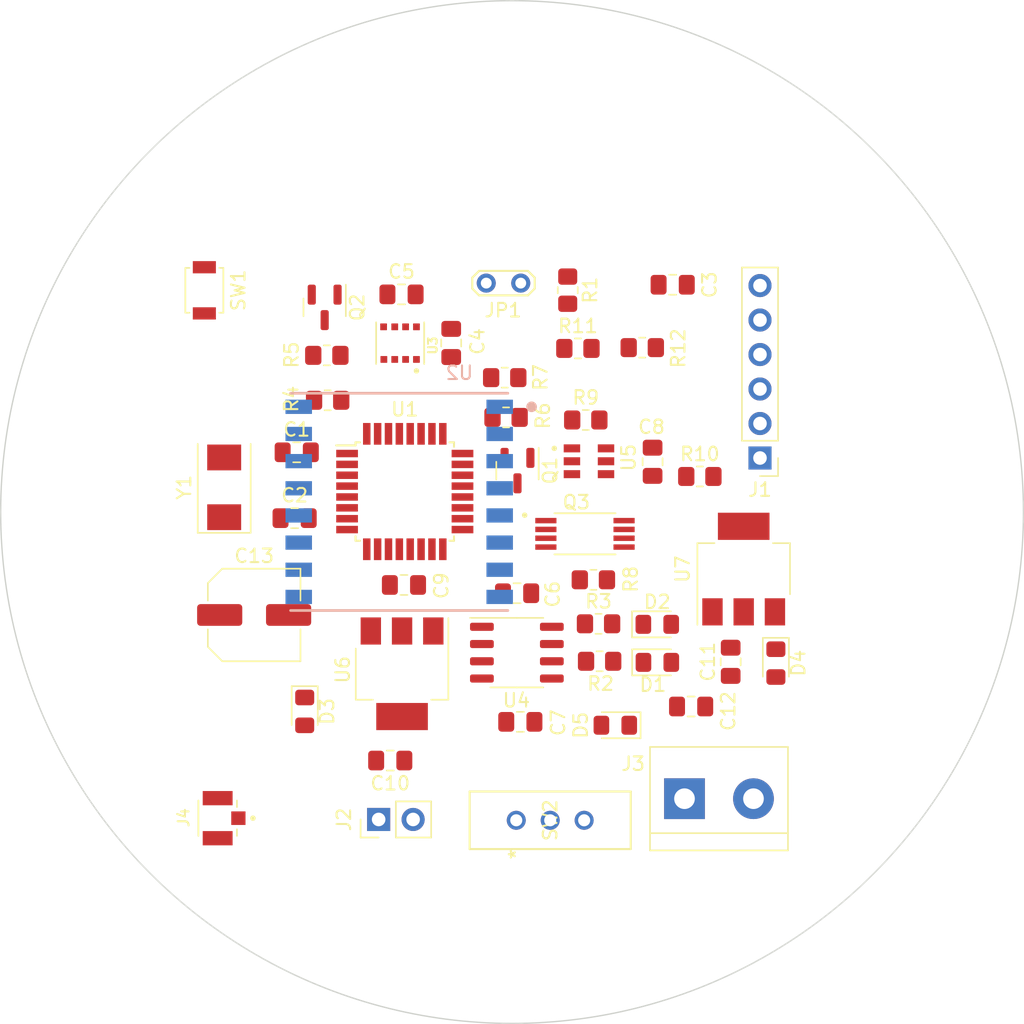
<source format=kicad_pcb>
(kicad_pcb (version 20221018) (generator pcbnew)
  (layers (0 "F.Cu" signal) (31 "B.Cu" signal) (34 "B.Paste" user) (35 "F.Paste" user) (36 "B.SilkS" user "B.Silkscreen") (37 "F.SilkS" user "F.Silkscreen") (38 "B.Mask" user) (39 "F.Mask" user) (44 "Edge.Cuts" user))
  (net 0 "")
  (net 1 "Net-(U1-XTAL1{slash}PB6)")
  (net 2 "GND")
  (net 3 "Net-(U1-XTAL2{slash}PB7)")
  (net 4 "Net-(J1-Pin_6)")
  (net 5 "/RST")
  (net 6 "+3V3")
  (net 7 "SOLAR")
  (net 8 "BATT_IN")
  (net 9 "Net-(U5-VCC)")
  (net 10 "VBAT")
  (net 11 "Net-(D4-K)")
  (net 12 "Net-(D1-K)")
  (net 13 "Net-(D2-K)")
  (net 14 "Net-(D4-A)")
  (net 16 "Net-(J1-Pin_3)")
  (net 17 "/RX")
  (net 18 "/TX")
  (net 19 "ANTENNA")
  (net 20 "/SCL")
  (net 21 "/SCL_L")
  (net 22 "/SDA")
  (net 23 "/SDA_L")
  (net 25 "/OC")
  (net 26 "/OD")
  (net 27 "Net-(U4-~{STDBY})")
  (net 28 "Net-(U4-~{CHRG})")
  (net 29 "Net-(U4-PROG)")
  (net 30 "Net-(U5-CS)")
  (net 31 "/VBAT_ADC")
  (net 33 "/RST{slash}5")
  (net 34 "/DI02")
  (net 35 "/MOSI{slash}11")
  (net 36 "/MISO{slash}12")
  (net 37 "/SCK{slash}13")
  (net 50 "/NSS{slash}4")
  (footprint "Capacitor_SMD:C_0805_2012Metric_Pad1.18x1.45mm_HandSolder" (layer "F.Cu") (at 177.72 117.26)
    (fp_text reference "C9" (at 2.75 0.05 90) (layer "F.SilkS"))
    (fp_text value "22uF")
    (fp_line (start -0.261252 -0.735) (end 0.261252 -0.735) (stroke (width 0.12)) (layer "F.SilkS"))
    (fp_line (start -0.261252 0.735) (end 0.261252 0.735) (stroke (width 0.12)) (layer "F.SilkS"))
    (pad "1" smd roundrect (at -1.0375 0) (size 1.175 1.45) (layers "F.Cu" "F.Paste" "F.Mask") (roundrect_rratio 0.212766) (net 10 "VBAT"))
    (pad "2" smd roundrect (at 1.0375 0) (size 1.175 1.45) (layers "F.Cu" "F.Paste" "F.Mask") (roundrect_rratio 0.212766) (net 2 "GND"))
  )
  (footprint "Resistor_SMD:R_0805_2012Metric_Pad1.20x1.40mm_HandSolder" (layer "F.Cu") (at 195.27 99.78)
    (fp_text reference "R12" (at 2.65 0.05 90) (layer "F.SilkS"))
    (fp_text value "1k")
    (fp_line (start -0.227064 -0.735) (end 0.227064 -0.735) (stroke (width 0.12)) (layer "F.SilkS"))
    (fp_line (start -0.227064 0.735) (end 0.227064 0.735) (stroke (width 0.12)) (layer "F.SilkS"))
    (pad "1" smd roundrect (at -1 0) (size 1.2 1.4) (layers "F.Cu" "F.Paste" "F.Mask") (roundrect_rratio 0.208333) (net 31 "/VBAT_ADC"))
    (pad "2" smd roundrect (at 1 0) (size 1.2 1.4) (layers "F.Cu" "F.Paste" "F.Mask") (roundrect_rratio 0.208333) (net 2 "GND"))
  )
  (footprint "Con_Ufl:LINX_CONUFL001-SMD-T" (layer "F.Cu") (at 164 134.435 90)
    (fp_text reference "J4" (at 0.04 -2.508 90) (layer "F.SilkS") (effects (font (size 0.8 0.8))))
    (fp_text value "CONUFL001-SMD-T")
    (fp_line (start -1.3 -1.42) (end 1.3 -1.42) (stroke (width 0.127)) (layer "F.SilkS"))
    (fp_line (start -0.82 1.42) (end -1.3 1.42) (stroke (width 0.127)) (layer "F.SilkS"))
    (fp_line (start 0.82 1.42) (end 1.3 1.42) (stroke (width 0.127)) (layer "F.SilkS"))
    (fp_circle (center 0 2.6) (end 0.1 2.6) (stroke (width 0.2)) (fill none) (layer "F.SilkS"))
    (pad "1" smd rect (at 0 1.525 90) (size 1 1.05) (layers "F.Cu" "F.Paste" "F.Mask") (net 19 "ANTENNA"))
    (pad "2" smd rect (at -1.475 0 90) (size 1.05 2.2) (layers "F.Cu" "F.Paste" "F.Mask") (net 2 "GND"))
    (pad "3" smd rect (at 1.475 0 90) (size 1.05 2.2) (layers "F.Cu" "F.Paste" "F.Mask") (net 2 "GND"))
  )
  (footprint "Capacitor_SMD:C_0805_2012Metric_Pad1.18x1.45mm_HandSolder" (layer "F.Cu") (at 196.03 108.1875 90)
    (fp_text reference "C8" (at 2.57 -0.08 180) (layer "F.SilkS"))
    (fp_text value "10uF")
    (fp_line (start -0.261252 -0.735) (end 0.261252 -0.735) (stroke (width 0.12)) (layer "F.SilkS"))
    (fp_line (start -0.261252 0.735) (end 0.261252 0.735) (stroke (width 0.12)) (layer "F.SilkS"))
    (pad "1" smd roundrect (at -1.0375 0 90) (size 1.175 1.45) (layers "F.Cu" "F.Paste" "F.Mask") (roundrect_rratio 0.212766) (net 9 "Net-(U5-VCC)"))
    (pad "2" smd roundrect (at 1.0375 0 90) (size 1.175 1.45) (layers "F.Cu" "F.Paste" "F.Mask") (roundrect_rratio 0.212766) (net 2 "GND"))
  )
  (footprint "Resistor_SMD:R_0805_2012Metric_Pad1.20x1.40mm_HandSolder" (layer "F.Cu") (at 192.13 122.88)
    (fp_text reference "R2" (at 0.07 1.65) (layer "F.SilkS"))
    (fp_text value "1k")
    (fp_line (start -0.227064 -0.735) (end 0.227064 -0.735) (stroke (width 0.12)) (layer "F.SilkS"))
    (fp_line (start -0.227064 0.735) (end 0.227064 0.735) (stroke (width 0.12)) (layer "F.SilkS"))
    (pad "1" smd roundrect (at -1 0) (size 1.2 1.4) (layers "F.Cu" "F.Paste" "F.Mask") (roundrect_rratio 0.208333) (net 27 "Net-(U4-~{STDBY})"))
    (pad "2" smd roundrect (at 1 0) (size 1.2 1.4) (layers "F.Cu" "F.Paste" "F.Mask") (roundrect_rratio 0.208333) (net 12 "Net-(D1-K)"))
  )
  (footprint "TerminalBlock:TerminalBlock_bornier-2_P5.08mm" (layer "F.Cu") (at 198.38 133)
    (fp_text reference "J3" (at -3.78 -2.57) (layer "F.SilkS"))
    (fp_text value "Screw_Terminal_01x02")
    (fp_line (start -2.54 -3.81) (end -2.54 3.81) (stroke (width 0.12)) (layer "F.SilkS"))
    (fp_line (start -2.54 3.81) (end 7.62 3.81) (stroke (width 0.12)) (layer "F.SilkS"))
    (fp_line (start 7.62 -3.81) (end -2.54 -3.81) (stroke (width 0.12)) (layer "F.SilkS"))
    (fp_line (start 7.62 2.54) (end -2.54 2.54) (stroke (width 0.12)) (layer "F.SilkS"))
    (fp_line (start 7.62 3.81) (end 7.62 -3.81) (stroke (width 0.12)) (layer "F.SilkS"))
    (pad "1" thru_hole rect (at 0 0) (size 3 3) (drill 1.52) (layers "*.Cu" "*.Mask") (net 2 "GND"))
    (pad "2" thru_hole circle (at 5.08 0) (size 3 3) (drill 1.52) (layers "*.Cu" "*.Mask") (net 14 "Net-(D4-A)"))
  )
  (footprint "Resistor_SMD:R_0805_2012Metric_Pad1.20x1.40mm_HandSolder" (layer "F.Cu") (at 172.04 100.35 180)
    (fp_text reference "R5" (at 2.6 0.03 90) (layer "F.SilkS"))
    (fp_text value "10k")
    (fp_line (start -0.227064 -0.735) (end 0.227064 -0.735) (stroke (width 0.12)) (layer "F.SilkS"))
    (fp_line (start -0.227064 0.735) (end 0.227064 0.735) (stroke (width 0.12)) (layer "F.SilkS"))
    (pad "1" smd roundrect (at -1 0 180) (size 1.2 1.4) (layers "F.Cu" "F.Paste" "F.Mask") (roundrect_rratio 0.208333) (net 22 "/SDA"))
    (pad "2" smd roundrect (at 1 0 180) (size 1.2 1.4) (layers "F.Cu" "F.Paste" "F.Mask") (roundrect_rratio 0.208333) (net 10 "VBAT"))
  )
  (footprint "Capacitor_SMD:C_0805_2012Metric_Pad1.18x1.45mm_HandSolder" (layer "F.Cu") (at 181.2 99.4375 90)
    (fp_text reference "C4" (at 0.11 1.93 90) (layer "F.SilkS"))
    (fp_text value "0.1uF")
    (fp_line (start -0.261252 -0.735) (end 0.261252 -0.735) (stroke (width 0.12)) (layer "F.SilkS"))
    (fp_line (start -0.261252 0.735) (end 0.261252 0.735) (stroke (width 0.12)) (layer "F.SilkS"))
    (pad "1" smd roundrect (at -1.0375 0 90) (size 1.175 1.45) (layers "F.Cu" "F.Paste" "F.Mask") (roundrect_rratio 0.212766) (net 2 "GND"))
    (pad "2" smd roundrect (at 1.0375 0 90) (size 1.175 1.45) (layers "F.Cu" "F.Paste" "F.Mask") (roundrect_rratio 0.212766) (net 6 "+3V3"))
  )
  (footprint "Resistor_SMD:R_0805_2012Metric_Pad1.20x1.40mm_HandSolder" (layer "F.Cu") (at 185.24 104.92)
    (fp_text reference "R6" (at 2.71 -0.12 90) (layer "F.SilkS"))
    (fp_text value "10k")
    (fp_line (start -0.227064 -0.735) (end 0.227064 -0.735) (stroke (width 0.12)) (layer "F.SilkS"))
    (fp_line (start -0.227064 0.735) (end 0.227064 0.735) (stroke (width 0.12)) (layer "F.SilkS"))
    (pad "1" smd roundrect (at -1 0) (size 1.2 1.4) (layers "F.Cu" "F.Paste" "F.Mask") (roundrect_rratio 0.208333) (net 21 "/SCL_L"))
    (pad "2" smd roundrect (at 1 0) (size 1.2 1.4) (layers "F.Cu" "F.Paste" "F.Mask") (roundrect_rratio 0.208333) (net 6 "+3V3"))
  )
  (footprint "Crystal:Crystal_SMD_0603-2Pin_6.0x3.5mm" (layer "F.Cu") (at 164.48 110.07 90)
    (fp_text reference "Y1" (at 0 -2.95 90) (layer "F.SilkS"))
    (fp_text value "Crystal")
    (fp_line (start -3.35 -1.95) (end -3.35 1.95) (stroke (width 0.12)) (layer "F.SilkS"))
    (fp_line (start -3.35 1.95) (end 3.2 1.95) (stroke (width 0.12)) (layer "F.SilkS"))
    (fp_line (start 3.2 -1.95) (end -3.35 -1.95) (stroke (width 0.12)) (layer "F.SilkS"))
    (pad "1" smd rect (at -2.2 0 90) (size 1.9 2.5) (layers "F.Cu" "F.Paste" "F.Mask") (net 3 "Net-(U1-XTAL2{slash}PB7)"))
    (pad "2" smd rect (at 2.2 0 90) (size 1.9 2.5) (layers "F.Cu" "F.Paste" "F.Mask") (net 1 "Net-(U1-XTAL1{slash}PB6)"))
  )
  (footprint "Diode_SMD:D_0805_2012Metric_Pad1.15x1.40mm_HandSolder" (layer "F.Cu") (at 193.285 127.59 180)
    (fp_text reference "D5" (at 2.55 0 90) (layer "F.SilkS"))
    (fp_text value "1N4001")
    (fp_line (start -1.86 -0.96) (end -1.86 0.96) (stroke (width 0.12)) (layer "F.SilkS"))
    (fp_line (start -1.86 0.96) (end 1 0.96) (stroke (width 0.12)) (layer "F.SilkS"))
    (fp_line (start 1 -0.96) (end -1.86 -0.96) (stroke (width 0.12)) (layer "F.SilkS"))
    (pad "1" smd roundrect (at -1.025 0 180) (size 1.15 1.4) (layers "F.Cu" "F.Paste" "F.Mask") (roundrect_rratio 0.217391) (net 7 "SOLAR"))
    (pad "2" smd roundrect (at 1.025 0 180) (size 1.15 1.4) (layers "F.Cu" "F.Paste" "F.Mask") (roundrect_rratio 0.217391) (net 10 "VBAT"))
  )
  (footprint "Resistor_SMD:R_0805_2012Metric_Pad1.20x1.40mm_HandSolder" (layer "F.Cu") (at 199.51 109.27)
    (fp_text reference "R10" (at 0 -1.65) (layer "F.SilkS"))
    (fp_text value "100")
    (fp_line (start -0.227064 -0.735) (end 0.227064 -0.735) (stroke (width 0.12)) (layer "F.SilkS"))
    (fp_line (start -0.227064 0.735) (end 0.227064 0.735) (stroke (width 0.12)) (layer "F.SilkS"))
    (pad "1" smd roundrect (at -1 0) (size 1.2 1.4) (layers "F.Cu" "F.Paste" "F.Mask") (roundrect_rratio 0.208333) (net 9 "Net-(U5-VCC)"))
    (pad "2" smd roundrect (at 1 0) (size 1.2 1.4) (layers "F.Cu" "F.Paste" "F.Mask") (roundrect_rratio 0.208333) (net 8 "BATT_IN"))
  )
  (footprint "sliderswitch:slider" (layer "F.Cu") (at 185.99 134.59 90)
    (fp_text reference "SW2" (at 0 2.5 90 unlocked) (layer "F.SilkS"))
    (fp_text value "SW_SPDT")
    (fp_text user "*" (at -2.5019 0 90 unlocked) (layer "F.SilkS"))
    (fp_text user "*" (at -2.5019 0 90) (layer "F.SilkS"))
    (fp_line (start -2.1209 -3.4309) (end -2.1209 8.4309) (stroke (width 0.1524)) (layer "F.SilkS"))
    (fp_line (start -2.1209 8.4309) (end 2.1209 8.4309) (stroke (width 0.1524)) (layer "F.SilkS"))
    (fp_line (start 2.1209 -3.4309) (end -2.1209 -3.4309) (stroke (width 0.1524)) (layer "F.SilkS"))
    (fp_line (start 2.1209 8.4309) (end 2.1209 -3.4309) (stroke (width 0.1524)) (layer "F.SilkS"))
    (pad "1" thru_hole circle (at 0 0 90) (size 1.397 1.397) (drill 0.889) (layers "*.Cu" "*.Mask") (net 8 "BATT_IN"))
    (pad "2" thru_hole circle (at 0 2.5 90) (size 1.397 1.397) (drill 0.889) (layers "*.Cu" "*.Mask") (net 10 "VBAT"))
    (pad "3" thru_hole circle (at 0 5 90) (size 1.397 1.397) (drill 0.889) (layers "*.Cu" "*.Mask"))
  )
  (footprint "Capacitor_SMD:C_Elec_6.3x7.7" (layer "F.Cu") (at 166.6875 119.47)
    (fp_text reference "C13" (at 0 -4.35) (layer "F.SilkS"))
    (fp_text value "22pF")
    (fp_line (start -3.41 -2.345563) (end -3.41 -1.06) (stroke (width 0.12)) (layer "F.SilkS"))
    (fp_line (start -3.41 -2.345563) (end -2.345563 -3.41) (stroke (width 0.12)) (layer "F.SilkS"))
    (fp_line (start -3.41 2.345563) (end -3.41 1.06) (stroke (width 0.12)) (layer "F.SilkS"))
    (fp_line (start -3.41 2.345563) (end -2.345563 3.41) (stroke (width 0.12)) (layer "F.SilkS"))
    (fp_line (start -2.345563 -3.41) (end 3.41 -3.41) (stroke (width 0.12)) (layer "F.SilkS"))
    (fp_line (start -2.345563 3.41) (end 3.41 3.41) (stroke (width 0.12)) (layer "F.SilkS"))
    (fp_line (start 3.41 -3.41) (end 3.41 -1.06) (stroke (width 0.12)) (layer "F.SilkS"))
    (fp_line (start 3.41 3.41) (end 3.41 1.06) (stroke (width 0.12)) (layer "F.SilkS"))
    (pad "1" smd roundrect (at -2.5375 0) (size 3.325 1.6) (layers "F.Cu" "F.Paste" "F.Mask") (roundrect_rratio 0.15625) (net 2 "GND"))
    (pad "2" smd roundrect (at 2.5375 0) (size 3.325 1.6) (layers "F.Cu" "F.Paste" "F.Mask") (roundrect_rratio 0.15625) (net 10 "VBAT"))
  )
  (footprint "Diode_SMD:D_0805_2012Metric_Pad1.15x1.40mm_HandSolder" (layer "F.Cu") (at 205.11 123.015 -90)
    (fp_text reference "D4" (at 0 -1.65 90) (layer "F.SilkS"))
    (fp_text value "1N4001")
    (fp_line (start -1.86 -0.96) (end -1.86 0.96) (stroke (width 0.12)) (layer "F.SilkS"))
    (fp_line (start -1.86 0.96) (end 1 0.96) (stroke (width 0.12)) (layer "F.SilkS"))
    (fp_line (start 1 -0.96) (end -1.86 -0.96) (stroke (width 0.12)) (layer "F.SilkS"))
    (pad "1" smd roundrect (at -1.025 0 270) (size 1.15 1.4) (layers "F.Cu" "F.Paste" "F.Mask") (roundrect_rratio 0.217391) (net 11 "Net-(D4-K)"))
    (pad "2" smd roundrect (at 1.025 0 270) (size 1.15 1.4) (layers "F.Cu" "F.Paste" "F.Mask") (roundrect_rratio 0.217391) (net 14 "Net-(D4-A)"))
  )
  (footprint "DW01A:SOT95P280X145-6N" (layer "F.Cu") (at 191.345 108.15)
    (fp_text reference "U5" (at 2.915 -0.27 90) (layer "F.SilkS"))
    (fp_text value "DW01A")
    (fp_circle (center -2.555 -0.95) (end -2.455 -0.95) (stroke (width 0.2)) (fill none) (layer "F.SilkS"))
    (pad "1" smd rect (at -1.255 -0.95) (size 1.21 0.59) (layers "F.Cu" "F.Paste" "F.Mask") (net 26 "/OD"))
    (pad "2" smd rect (at -1.255 0) (size 1.21 0.59) (layers "F.Cu" "F.Paste" "F.Mask") (net 30 "Net-(U5-CS)"))
    (pad "3" smd rect (at -1.255 0.95) (size 1.21 0.59) (layers "F.Cu" "F.Paste" "F.Mask") (net 25 "/OC"))
    (pad "4" smd rect (at 1.255 0.95) (size 1.21 0.59) (layers "F.Cu" "F.Paste" "F.Mask"))
    (pad "5" smd rect (at 1.255 0) (size 1.21 0.59) (layers "F.Cu" "F.Paste" "F.Mask") (net 9 "Net-(U5-VCC)"))
    (pad "6" smd rect (at 1.255 -0.95) (size 1.21 0.59) (layers "F.Cu" "F.Paste" "F.Mask") (net 2 "GND"))
  )
  (footprint "Capacitor_SMD:C_0805_2012Metric_Pad1.18x1.45mm_HandSolder" (layer "F.Cu") (at 198.8675 126.21)
    (fp_text reference "C12" (at 2.7325 0.34 90) (layer "F.SilkS"))
    (fp_text value "22uF")
    (fp_line (start -0.261252 -0.735) (end 0.261252 -0.735) (stroke (width 0.12)) (layer "F.SilkS"))
    (fp_line (start -0.261252 0.735) (end 0.261252 0.735) (stroke (width 0.12)) (layer "F.SilkS"))
    (pad "1" smd roundrect (at -1.0375 0) (size 1.175 1.45) (layers "F.Cu" "F.Paste" "F.Mask") (roundrect_rratio 0.212766) (net 7 "SOLAR"))
    (pad "2" smd roundrect (at 1.0375 0) (size 1.175 1.45) (layers "F.Cu" "F.Paste" "F.Mask") (roundrect_rratio 0.212766) (net 2 "GND"))
  )
  (footprint "LED_SMD:LED_0805_2012Metric_Pad1.15x1.40mm_HandSolder" (layer "F.Cu") (at 196.375 120.16)
    (fp_text reference "D2" (at 0 -1.65) (layer "F.SilkS"))
    (fp_text value "LED")
    (fp_line (start -1.86 -0.96) (end -1.86 0.96) (stroke (width 0.12)) (layer "F.SilkS"))
    (fp_line (start -1.86 0.96) (end 1 0.96) (stroke (width 0.12)) (layer "F.SilkS"))
    (fp_line (start 1 -0.96) (end -1.86 -0.96) (stroke (width 0.12)) (layer "F.SilkS"))
    (pad "1" smd roundrect (at -1.025 0) (size 1.15 1.4) (layers "F.Cu" "F.Paste" "F.Mask") (roundrect_rratio 0.217391) (net 13 "Net-(D2-K)"))
    (pad "2" smd roundrect (at 1.025 0) (size 1.15 1.4) (layers "F.Cu" "F.Paste" "F.Mask") (roundrect_rratio 0.217391) (net 7 "SOLAR"))
  )
  (footprint "Package_TO_SOT_SMD:SOT-223-3_TabPin2" (layer "F.Cu") (at 202.74 116.09 90)
    (fp_text reference "U7" (at 0 -4.5 90) (layer "F.SilkS"))
    (fp_text value "AMS1117-5.0")
    (fp_line (start -4.1 -3.41) (end 1.91 -3.41) (stroke (width 0.12)) (layer "F.SilkS"))
    (fp_line (start -1.85 3.41) (end 1.91 3.41) (stroke (width 0.12)) (layer "F.SilkS"))
    (fp_line (start 1.91 -3.41) (end 1.91 -2.15) (stroke (width 0.12)) (layer "F.SilkS"))
    (fp_line (start 1.91 3.41) (end 1.91 2.15) (stroke (width 0.12)) (layer "F.SilkS"))
    (pad "1" smd rect (at -3.15 -2.3 90) (size 2 1.5) (layers "F.Cu" "F.Paste" "F.Mask") (net 2 "GND"))
    (pad "2" smd rect (at -3.15 0 90) (size 2 1.5) (layers "F.Cu" "F.Paste" "F.Mask") (net 7 "SOLAR"))
    (pad "2" smd rect (at 3.15 0 90) (size 2 3.8) (layers "F.Cu" "F.Paste" "F.Mask") (net 7 "SOLAR"))
    (pad "3" smd rect (at -3.15 2.3 90) (size 2 1.5) (layers "F.Cu" "F.Paste" "F.Mask") (net 11 "Net-(D4-K)"))
  )
  (footprint "Resistor_SMD:R_0805_2012Metric_Pad1.20x1.40mm_HandSolder" (layer "F.Cu") (at 191.11 105.11)
    (fp_text reference "R9" (at 0 -1.65) (layer "F.SilkS"))
    (fp_text value "1k")
    (fp_line (start -0.227064 -0.735) (end 0.227064 -0.735) (stroke (width 0.12)) (layer "F.SilkS"))
    (fp_line (start -0.227064 0.735) (end 0.227064 0.735) (stroke (width 0.12)) (layer "F.SilkS"))
    (pad "1" smd roundrect (at -1 0) (size 1.2 1.4) (layers "F.Cu" "F.Paste" "F.Mask") (roundrect_rratio 0.208333) (net 30 "Net-(U5-CS)"))
    (pad "2" smd roundrect (at 1 0) (size 1.2 1.4) (layers "F.Cu" "F.Paste" "F.Mask") (roundrect_rratio 0.208333) (net 2 "GND"))
  )
  (footprint "Button_Switch_SMD:SW_SPST_B3U-1000P-B" (layer "F.Cu") (at 163.02 95.56 -90)
    (fp_text reference "SW1" (at 0 -2.5 90) (layer "F.SilkS"))
    (fp_text value "SW_Push")
    (fp_line (start -1.65 -1.4) (end 1.65 -1.4) (stroke (width 0.12)) (layer "F.SilkS"))
    (fp_line (start -1.65 -1.1) (end -1.65 -1.4) (stroke (width 0.12)) (layer "F.SilkS"))
    (fp_line (start -1.65 1.1) (end -1.65 1.4) (stroke (width 0.12)) (layer "F.SilkS"))
    (fp_line (start -1.65 1.4) (end 1.65 1.4) (stroke (width 0.12)) (layer "F.SilkS"))
    (fp_line (start 1.65 -1.4) (end 1.65 -1.1) (stroke (width 0.12)) (layer "F.SilkS"))
    (fp_line (start 1.65 1.4) (end 1.65 1.1) (stroke (width 0.12)) (layer "F.SilkS"))
    (pad "" np_thru_hole circle (at 0 0 270) (size 0.8 0.8) (drill 0.8) (layers "*.Cu" "*.Mask"))
    (pad "1" smd rect (at -1.7 0 270) (size 0.9 1.7) (layers "F.Cu" "F.Paste" "F.Mask") (net 5 "/RST"))
    (pad "2" smd rect (at 1.7 0 270) (size 0.9 1.7) (layers "F.Cu" "F.Paste" "F.Mask") (net 2 "GND"))
  )
  (footprint "Package_TO_SOT_SMD:SOT-223-3_TabPin2" (layer "F.Cu") (at 177.58 123.8 -90)
    (fp_text reference "U6" (at -0.3 4.37 90) (layer "F.SilkS"))
    (fp_text value "LM1117MP-3.3")
    (fp_line (start -4.1 -3.41) (end 1.91 -3.41) (stroke (width 0.12)) (layer "F.SilkS"))
    (fp_line (start -1.85 3.41) (end 1.91 3.41) (stroke (width 0.12)) (layer "F.SilkS"))
    (fp_line (start 1.91 -3.41) (end 1.91 -2.15) (stroke (width 0.12)) (layer "F.SilkS"))
    (fp_line (start 1.91 3.41) (end 1.91 2.15) (stroke (width 0.12)) (layer "F.SilkS"))
    (pad "1" smd rect (at -3.15 -2.3 270) (size 2 1.5) (layers "F.Cu" "F.Paste" "F.Mask") (net 2 "GND"))
    (pad "2" smd rect (at -3.15 0 270) (size 2 1.5) (layers "F.Cu" "F.Paste" "F.Mask") (net 6 "+3V3"))
    (pad "2" smd rect (at 3.15 0 270) (size 2 3.8) (layers "F.Cu" "F.Paste" "F.Mask") (net 6 "+3V3"))
    (pad "3" smd rect (at -3.15 2.3 270) (size 2 1.5) (layers "F.Cu" "F.Paste" "F.Mask") (net 10 "VBAT"))
  )
  (footprint "Package_QFP:TQFP-32_7x7mm_P0.8mm" (layer "F.Cu") (at 177.78 110.38)
    (fp_text reference "U1" (at 0 -6.05) (layer "F.SilkS"))
    (fp_text value "ATmega328P-A")
    (fp_line (start -3.625 -3.625) (end -3.625 -3.4) (stroke (width 0.15)) (layer "F.SilkS"))
    (fp_line (start -3.625 -3.625) (end -3.3 -3.625) (stroke (width 0.15)) (layer "F.SilkS"))
    (fp_line (start -3.625 -3.4) (end -5.05 -3.4) (stroke (width 0.15)) (layer "F.SilkS"))
    (fp_line (start -3.625 3.625) (end -3.625 3.3) (stroke (width 0.15)) (layer "F.SilkS"))
    (fp_line (start -3.625 3.625) (end -3.3 3.625) (stroke (width 0.15)) (layer "F.SilkS"))
    (fp_line (start 3.625 -3.625) (end 3.3 -3.625) (stroke (width 0.15)) (layer "F.SilkS"))
    (fp_line (start 3.625 -3.625) (end 3.625 -3.3) (stroke (width 0.15)) (layer "F.SilkS"))
    (fp_line (start 3.625 3.625) (end 3.3 3.625) (stroke (width 0.15)) (layer "F.SilkS"))
    (fp_line (start 3.625 3.625) (end 3.625 3.3) (stroke (width 0.15)) (layer "F.SilkS"))
    (pad "1" smd rect (at -4.25 -2.8) (size 1.6 0.55) (layers "F.Cu" "F.Paste" "F.Mask") (net 33 "/RST{slash}5"))
    (pad "2" smd rect (at -4.25 -2) (size 1.6 0.55) (layers "F.Cu" "F.Paste" "F.Mask") (net 34 "/DI02"))
    (pad "3" smd rect (at -4.25 -1.2) (size 1.6 0.55) (layers "F.Cu" "F.Paste" "F.Mask") (net 2 "GND"))
    (pad "4" smd rect (at -4.25 -0.4) (size 1.6 0.55) (layers "F.Cu" "F.Paste" "F.Mask") (net 10 "VBAT"))
    (pad "5" smd rect (at -4.25 0.4) (size 1.6 0.55) (layers "F.Cu" "F.Paste" "F.Mask") (net 2 "GND"))
    (pad "6" smd rect (at -4.25 1.2) (size 1.6 0.55) (layers "F.Cu" "F.Paste" "F.Mask") (net 10 "VBAT"))
    (pad "7" smd rect (at -4.25 2) (size 1.6 0.55) (layers "F.Cu" "F.Paste" "F.Mask") (net 1 "Net-(U1-XTAL1{slash}PB6)"))
    (pad "8" smd rect (at -4.25 2.8) (size 1.6 0.55) (layers "F.Cu" "F.Paste" "F.Mask") (net 3 "Net-(U1-XTAL2{slash}PB7)"))
    (pad "9" smd rect (at -2.8 4.25 90) (size 1.6 0.55) (layers "F.Cu" "F.Paste" "F.Mask") (net 35 "/MOSI{slash}11"))
    (pad "10" smd rect (at -2 4.25 90) (size 1.6 0.55) (layers "F.Cu" "F.Paste" "F.Mask") (net 36 "/MISO{slash}12"))
    (pad "11" smd rect (at -1.2 4.25 90) (size 1.6 0.55) (layers "F.Cu" "F.Paste" "F.Mask") (net 37 "/SCK{slash}13"))
    (pad "12" smd rect (at -0.4 4.25 90) (size 1.6 0.55) (layers "F.Cu" "F.Paste" "F.Mask"))
    (pad "13" smd rect (at 0.4 4.25 90) (size 1.6 0.55) (layers "F.Cu" "F.Paste" "F.Mask"))
    (pad "14" smd rect (at 1.2 4.25 90) (size 1.6 0.55) (layers "F.Cu" "F.Paste" "F.Mask"))
    (pad "15" smd rect (at 2 4.25 90) (size 1.6 0.55) (layers "F.Cu" "F.Paste" "F.Mask"))
    (pad "16" smd rect (at 2.8 4.25 90) (size 1.6 0.55) (layers "F.Cu" "F.Paste" "F.Mask"))
    (pad "17" smd rect (at 4.25 2.8) (size 1.6 0.55) (layers "F.Cu" "F.Paste" "F.Mask"))
    (pad "18" smd rect (at 4.25 2) (size 1.6 0.55) (layers "F.Cu" "F.Paste" "F.Mask") (net 10 "VBAT"))
    (pad "19" smd rect (at 4.25 1.2) (size 1.6 0.55) (layers "F.Cu" "F.Paste" "F.Mask"))
    (pad "20" smd rect (at 4.25 0.4) (size 1.6 0.55) (layers "F.Cu" "F.Paste" "F.Mask"))
    (pad "21" smd rect (at 4.25 -0.4) (size 1.6 0.55) (layers "F.Cu" "F.Paste" "F.Mask") (net 2 "GND"))
    (pad "22" smd rect (at 4.25 -1.2) (size 1.6 0.55) (layers "F.Cu" "F.Paste" "F.Mask"))
    (pad "23" smd rect (at 4.25 -2) (size 1.6 0.55) (layers "F.Cu" "F.Paste" "F.Mask") (net 31 "/VBAT_ADC"))
    (pad "24" smd rect (at 4.25 -2.8) (size 1.6 0.55) (layers "F.Cu" "F.Paste" "F.Mask"))
    (pad "25" smd rect (at 2.8 -4.25 90) (size 1.6 0.55) (layers "F.Cu" "F.Paste" "F.Mask"))
    (pad "26" smd rect (at 2 -4.25 90) (size 1.6 0.55) (layers "F.Cu" "F.Paste" "F.Mask"))
    (pad "27" smd rect (at 1.2 -4.25 90) (size 1.6 0.55) (layers "F.Cu" "F.Paste" "F.Mask") (net 22 "/SDA"))
    (pad "28" smd rect (at 0.4 -4.25 90) (size 1.6 0.55) (layers "F.Cu" "F.Paste" "F.Mask") (net 20 "/SCL"))
    (pad "29" smd rect (at -0.4 -4.25 90) (size 1.6 0.55) (layers "F.Cu" "F.Paste" "F.Mask") (net 5 "/RST"))
    (pad "30" smd rect (at -1.2 -4.25 90) (size 1.6 0.55) (layers "F.Cu" "F.Paste" "F.Mask") (net 17 "/RX"))
    (pad "31" smd rect (at -2 -4.25 90) (size 1.6 0.55) (layers "F.Cu" "F.Paste" "F.Mask") (net 18 "/TX"))
    (pad "32" smd rect (at -2.8 -4.25 90) (size 1.6 0.55) (layers "F.Cu" "F.Paste" "F.Mask") (net 50 "/NSS{slash}4"))
  )
  (footprint "Capacitor_SMD:C_0805_2012Metric_Pad1.18x1.45mm_HandSolder" (layer "F.Cu") (at 201.78 122.9175 90)
    (fp_text reference "C11" (at 0 -1.68 90) (layer "F.SilkS"))
    (fp_text value "10uF")
    (fp_line (start -0.261252 -0.735) (end 0.261252 -0.735) (stroke (width 0.12)) (layer "F.SilkS"))
    (fp_line (start -0.261252 0.735) (end 0.261252 0.735) (stroke (width 0.12)) (layer "F.SilkS"))
    (pad "1" smd roundrect (at -1.0375 0 90) (size 1.175 1.45) (layers "F.Cu" "F.Paste" "F.Mask") (roundrect_rratio 0.212766) (net 11 "Net-(D4-K)"))
    (pad "2" smd roundrect (at 1.0375 0 90) (size 1.175 1.45) (layers "F.Cu" "F.Paste" "F.Mask") (roundrect_rratio 0.212766) (net 2 "GND"))
  )
  (footprint "Resistor_SMD:R_0805_2012Metric_Pad1.20x1.40mm_HandSolder" (layer "F.Cu") (at 191.67 116.88)
    (fp_text reference "R8" (at 2.75 -0.04 90) (layer "F.SilkS"))
    (fp_text value "1k6")
    (fp_line (start -0.227064 -0.735) (end 0.227064 -0.735) (stroke (width 0.12)) (layer "F.SilkS"))
    (fp_line (start -0.227064 0.735) (end 0.227064 0.735) (stroke (width 0.12)) (layer "F.SilkS"))
    (pad "1" smd roundrect (at -1 0) (size 1.2 1.4) (layers "F.Cu" "F.Paste" "F.Mask") (roundrect_rratio 0.208333) (net 29 "Net-(U4-PROG)"))
    (pad "2" smd roundrect (at 1 0) (size 1.2 1.4) (layers "F.Cu" "F.Paste" "F.Mask") (roundrect_rratio 0.208333) (net 2 "GND"))
  )
  (footprint "Connector_PinHeader_2.54mm:PinHeader_1x06_P2.54mm_Vertical" (layer "F.Cu") (at 203.94 107.91 180)
    (fp_text reference "J1" (at 0 -2.33) (layer "F.SilkS"))
    (fp_text value "Conn_01x06_Pin")
    (fp_line (start -1.33 -1.33) (end 0 -1.33) (stroke (width 0.12)) (layer "F.SilkS"))
    (fp_line (start -1.33 0) (end -1.33 -1.33) (stroke (width 0.12)) (layer "F.SilkS"))
    (fp_line (start -1.33 1.27) (end -1.33 14.03) (stroke (width 0.12)) (layer "F.SilkS"))
    (fp_line (start -1.33 1.27) (end 1.33 1.27) (stroke (width 0.12)) (layer "F.SilkS"))
    (fp_line (start -1.33 14.03) (end 1.33 14.03) (stroke (width 0.12)) (layer "F.SilkS"))
    (fp_line (start 1.33 1.27) (end 1.33 14.03) (stroke (width 0.12)) (layer "F.SilkS"))
    (pad "1" thru_hole rect (at 0 0 180) (size 1.7 1.7) (drill 1) (layers "*.Cu" "*.Mask") (net 2 "GND"))
    (pad "2" thru_hole oval (at 0 2.54 180) (size 1.7 1.7) (drill 1) (layers "*.Cu" "*.Mask"))
    (pad "3" thru_hole oval (at 0 5.08 180) (size 1.7 1.7) (drill 1) (layers "*.Cu" "*.Mask") (net 16 "Net-(J1-Pin_3)"))
    (pad "4" thru_hole oval (at 0 7.62 180) (size 1.7 1.7) (drill 1) (layers "*.Cu" "*.Mask") (net 17 "/RX"))
    (pad "5" thru_hole oval (at 0 10.16 180) (size 1.7 1.7) (drill 1) (layers "*.Cu" "*.Mask") (net 18 "/TX"))
    (pad "6" thru_hole oval (at 0 12.7 180) (size 1.7 1.7) (drill 1) (layers "*.Cu" "*.Mask") (net 4 "Net-(J1-Pin_6)"))
  )
  (footprint "FS8205A:SOP65P640X120-8N" (layer "F.Cu") (at 191.05 113.495)
    (fp_text reference "Q3" (at -0.635 -2.327) (layer "F.SilkS"))
    (fp_text value "FS8205A")
    (fp_line (start -2.25 -1.515) (end 2.25 -1.515) (stroke (width 0.127)) (layer "F.SilkS"))
    (fp_line (start -2.25 1.515) (end 2.25 1.515) (stroke (width 0.127)) (layer "F.SilkS"))
    (fp_circle (center -4.44 -1.375) (end -4.34 -1.375) (stroke (width 0.2)) (fill none) (layer "F.SilkS"))
    (pad "1" smd roundrect (at -2.88 -0.975) (size 1.56 0.4) (layers "F.Cu" "F.Paste" "F.Mask") (roundrect_rratio 0.05))
    (pad "2" smd roundrect (at -2.88 -0.325) (size 1.56 0.4) (layers "F.Cu" "F.Paste" "F.Mask") (roundrect_rratio 0.05) (net 2 "GND"))
    (pad "3" smd roundrect (at -2.88 0.325) (size 1.56 0.4) (layers "F.Cu" "F.Paste" "F.Mask") (roundrect_rratio 0.05) (net 2 "GND"))
    (pad "4" smd roundrect (at -2.88 0.975) (size 1.56 0.4) (layers "F.Cu" "F.Paste" "F.Mask") (roundrect_rratio 0.05) (net 25 "/OC"))
    (pad "5" smd roundrect (at 2.88 0.975) (size 1.56 0.4) (layers "F.Cu" "F.Paste" "F.Mask") (roundrect_rratio 0.05) (net 26 "/OD"))
    (pad "6" smd roundrect (at 2.88 0.325) (size 1.56 0.4) (layers "F.Cu" "F.Paste" "F.Mask") (roundrect_rratio 0.05) (net 2 "GND"))
    (pad "7" smd roundrect (at 2.88 -0.325) (size 1.56 0.4) (layers "F.Cu" "F.Paste" "F.Mask") (roundrect_rratio 0.05) (net 2 "GND"))
    (pad "8" smd roundrect (at 2.88 -0.975) (size 1.56 0.4) (layers "F.Cu" "F.Paste" "F.Mask") (roundrect_rratio 0.05))
  )
  (footprint "Resistor_SMD:R_0805_2012Metric_Pad1.20x1.40mm_HandSolder" (layer "F.Cu") (at 172.1 103.66 180)
    (fp_text reference "R4" (at 2.68 0.09 90) (layer "F.SilkS"))
    (fp_text value "10k")
    (fp_line (start -0.227064 -0.735) (end 0.227064 -0.735) (stroke (width 0.12)) (layer "F.SilkS"))
    (fp_line (start -0.227064 0.735) (end 0.227064 0.735) (stroke (width 0.12)) (layer "F.SilkS"))
    (pad "1" smd roundrect (at -1 0 180) (size 1.2 1.4) (layers "F.Cu" "F.Paste" "F.Mask") (roundrect_rratio 0.208333) (net 20 "/SCL"))
    (pad "2" smd roundrect (at 1 0 180) (size 1.2 1.4) (layers "F.Cu" "F.Paste" "F.Mask") (roundrect_rratio 0.208333) (net 10 "VBAT"))
  )
  (footprint "Capacitor_SMD:C_0805_2012Metric_Pad1.18x1.45mm_HandSolder" (layer "F.Cu") (at 176.71 130.19 180)
    (fp_text reference "C10" (at 0 -1.68) (layer "F.SilkS"))
    (fp_text value "10uF")
    (fp_line (start -0.261252 -0.735) (end 0.261252 -0.735) (stroke (width 0.12)) (layer "F.SilkS"))
    (fp_line (start -0.261252 0.735) (end 0.261252 0.735) (stroke (width 0.12)) (layer "F.SilkS"))
    (pad "1" smd roundrect (at -1.0375 0 180) (size 1.175 1.45) (layers "F.Cu" "F.Paste" "F.Mask") (roundrect_rratio 0.212766) (net 6 "+3V3"))
    (pad "2" smd roundrect (at 1.0375 0 180) (size 1.175 1.45) (layers "F.Cu" "F.Paste" "F.Mask") (roundrect_rratio 0.212766) (net 2 "GND"))
  )
  (footprint "bme680:PSON80P300X300X100-8N" (layer "F.Cu") (at 177.44 99.45 -90)
    (fp_text reference "U3" (at 0.176933 -2.400905 90) (layer "F.SilkS") (effects (font (size 0.640952 0.640952))))
    (fp_text value "BME680")
    (fp_line (start -1.53 1.77) (end 1.53 1.77) (stroke (width 0.127)) (layer "F.SilkS"))
    (fp_line (start 1.53 -1.77) (end -1.53 -1.77) (stroke (width 0.127)) (layer "F.SilkS"))
    (fp_circle (center 2.045 -1.2) (end 2.145 -1.2) (stroke (width 0.2)) (fill none) (layer "F.SilkS"))
    (pad "1" smd roundrect (at 1.2 -1.2 270) (size 0.5 0.5) (layers "F.Cu" "F.Paste" "F.Mask") (roundrect_rratio 0.06) (net 2 "GND"))
    (pad "2" smd roundrect (at 1.2 -0.4 270) (size 0.5 0.5) (layers "F.Cu" "F.Paste" "F.Mask") (roundrect_rratio 0.06) (net 6 "+3V3"))
    (pad "3" smd roundrect (at 1.2 0.4 270) (size 0.5 0.5) (layers "F.Cu" "F.Paste" "F.Mask") (roundrect_rratio 0.06) (net 23 "/SDA_L"))
    (pad "4" smd roundrect (at 1.2 1.2 270) (size 0.5 0.5) (layers "F.Cu" "F.Paste" "F.Mask") (roundrect_rratio 0.06) (net 21 "/SCL_L"))
    (pad "5" smd roundrect (at -1.2 1.22 270) (size 0.5 0.5) (layers "F.Cu" "F.Paste" "F.Mask") (roundrect_rratio 0.06) (net 2 "GND"))
    (pad "6" smd roundrect (at -1.2 0.4 270) (size 0.5 0.5) (layers "F.Cu" "F.Paste" "F.Mask") (roundrect_rratio 0.06) (net 6 "+3V3"))
    (pad "7" smd roundrect (at -1.2 -0.4 270) (size 0.5 0.5) (layers "F.Cu" "F.Paste" "F.Mask") (roundrect_rratio 0.06) (net 2 "GND"))
    (pad "8" smd roundrect (at -1.2 -1.2 270) (size 0.5 0.5) (layers "F.Cu" "F.Paste" "F.Mask") (roundrect_rratio 0.06) (net 6 "+3V3"))
  )
  (footprint "Capacitor_SMD:C_0805_2012Metric_Pad1.18x1.45mm_HandSolder" (layer "F.Cu") (at 169.6675 112.34)
    (fp_text reference "C2" (at 0 -1.68) (layer "F.SilkS"))
    (fp_text value "22pF")
    (fp_line (start -0.261252 -0.735) (end 0.261252 -0.735) (stroke (width 0.12)) (layer "F.SilkS"))
    (fp_line (start -0.261252 0.735) (end 0.261252 0.735) (stroke (width 0.12)) (layer "F.SilkS"))
    (pad "1" smd roundrect (at -1.0375 0) (size 1.175 1.45) (layers "F.Cu" "F.Paste" "F.Mask") (roundrect_rratio 0.212766) (net 3 "Net-(U1-XTAL2{slash}PB7)"))
    (pad "2" smd roundrect (at 1.0375 0) (size 1.175 1.45) (layers "F.Cu" "F.Paste" "F.Mask") (roundrect_rratio 0.212766) (net 2 "GND"))
  )
  (footprint "Capacitor_SMD:C_0805_2012Metric_Pad1.18x1.45mm_HandSolder" (layer "F.Cu") (at 186.29 127.34)
    (fp_text reference "C7" (at 2.78 0.06 90) (layer "F.SilkS"))
    (fp_text value "10uF")
    (fp_line (start -0.261252 -0.735) (end 0.261252 -0.735) (stroke (width 0.12)) (layer "F.SilkS"))
    (fp_line (start -0.261252 0.735) (end 0.261252 0.735) (stroke (width 0.12)) (layer "F.SilkS"))
    (pad "1" smd roundrect (at -1.0375 0) (size 1.175 1.45) (layers "F.Cu" "F.Paste" "F.Mask") (roundrect_rratio 0.212766) (net 8 "BATT_IN"))
    (pad "2" smd roundrect (at 1.0375 0) (size 1.175 1.45) (layers "F.Cu" "F.Paste" "F.Mask") (roundrect_rratio 0.212766) (net 2 "GND"))
  )
  (footprint "Diode_SMD:D_0805_2012Metric_Pad1.15x1.40mm_HandSolder" (layer "F.Cu") (at 170.41 126.5725 -90)
    (fp_text reference "D3" (at 0 -1.65 90) (layer "F.SilkS"))
    (fp_text value "1N4001")
    (fp_line (start -1.86 -0.96) (end -1.86 0.96) (stroke (width 0.12)) (layer "F.SilkS"))
    (fp_line (start -1.86 0.96) (end 1 0.96) (stroke (width 0.12)) (layer "F.SilkS"))
    (fp_line (start 1 -0.96) (end -1.86 -0.96) (stroke (width 0.12)) (layer "F.SilkS"))
    (pad "1" smd roundrect (at -1.025 0 270) (size 1.15 1.4) (layers "F.Cu" "F.Paste" "F.Mask") (roundrect_rratio 0.217391) (net 10 "VBAT"))
    (pad "2" smd roundrect (at 1.025 0 270) (size 1.15 1.4) (layers "F.Cu" "F.Paste" "F.Mask") (roundrect_rratio 0.217391) (net 10 "VBAT"))
  )
  (footprint "Connector_PinHeader_2.54mm:PinHeader_1x02_P2.54mm_Vertical" (layer "F.Cu") (at 175.855 134.53 90)
    (fp_text reference "J2" (at 0 -2.555 90) (layer "F.SilkS"))
    (fp_text value "Conn_01x02_Pin")
    (fp_line (start -1.33 -1.33) (end 0 -1.33) (stroke (width 0.12)) (layer "F.SilkS"))
    (fp_line (start -1.33 0) (end -1.33 -1.33) (stroke (width 0.12)) (layer "F.SilkS"))
    (fp_line (start -1.33 1.27) (end -1.33 3.87) (stroke (width 0.12)) (layer "F.SilkS"))
    (fp_line (start -1.33 1.27) (end 1.33 1.27) (stroke (width 0.12)) (layer "F.SilkS"))
    (fp_line (start -1.33 3.87) (end 1.33 3.87) (stroke (width 0.12)) (layer "F.SilkS"))
    (fp_line (start 1.33 1.27) (end 1.33 3.87) (stroke (width 0.12)) (layer "F.SilkS"))
    (pad "1" thru_hole rect (at 0 0 90) (size 1.7 1.7) (drill 1) (layers "*.Cu" "*.Mask") (net 2 "GND"))
    (pad "2" thru_hole oval (at 0 2.54 90) (size 1.7 1.7) (drill 1) (layers "*.Cu" "*.Mask") (net 8 "BATT_IN"))
  )
  (footprint "Capacitor_SMD:C_0805_2012Metric_Pad1.18x1.45mm_HandSolder" (layer "F.Cu") (at 169.8225 107.49)
    (fp_text reference "C1" (at 0 -1.68) (layer "F.SilkS"))
    (fp_text value "22pF")
    (fp_line (start -0.261252 -0.735) (end 0.261252 -0.735) (stroke (width 0.12)) (layer "F.SilkS"))
    (fp_line (start -0.261252 0.735) (end 0.261252 0.735) (stroke (width 0.12)) (layer "F.SilkS"))
    (pad "1" smd roundrect (at -1.0375 0) (size 1.175 1.45) (layers "F.Cu" "F.Paste" "F.Mask") (roundrect_rratio 0.212766) (net 1 "Net-(U1-XTAL1{slash}PB6)"))
    (pad "2" smd roundrect (at 1.0375 0) (size 1.175 1.45) (layers "F.Cu" "F.Paste" "F.Mask") (roundrect_rratio 0.212766) (net 2 "GND"))
  )
  (footprint "Capacitor_SMD:C_0805_2012Metric_Pad1.18x1.45mm_HandSolder" (layer "F.Cu") (at 177.54 95.86)
    (fp_text reference "C5" (at 0 -1.68) (layer "F.SilkS"))
    (fp_text value "0.1uF")
    (fp_line (start -0.261252 -0.735) (end 0.261252 -0.735) (stroke (width 0.12)) (layer "F.SilkS"))
    (fp_line (start -0.261252 0.735) (end 0.261252 0.735) (stroke (width 0.12)) (layer "F.SilkS"))
    (pad "1" smd roundrect (at -1.0375 0) (size 1.175 1.45) (layers "F.Cu" "F.Paste" "F.Mask") (roundrect_rratio 0.212766) (net 6 "+3V3"))
    (pad "2" smd roundrect (at 1.0375 0) (size 1.175 1.45) (layers "F.Cu" "F.Paste" "F.Mask") (roundrect_rratio 0.212766) (net 2 "GND"))
  )
  (footprint "TestPoint:TestPoint_2Pads_Pitch2.54mm_Drill0.8mm" (layer "F.Cu") (at 186.32 95.03 180)
    (fp_text reference "JP1" (at 1.3 -2) (layer "F.SilkS"))
    (fp_text value "Jumper_2_Open")
    (fp_line (start -1.03 -0.4) (end -0.53 -0.9) (stroke (width 0.15)) (layer "F.SilkS"))
    (fp_line (start -1.03 0.4) (end -1.03 -0.4) (stroke (width 0.15)) (layer "F.SilkS"))
    (fp_line (start -0.53 -0.9) (end 3.07 -0.9) (stroke (width 0.15)) (layer "F.SilkS"))
    (fp_line (start -0.53 0.9) (end -1.03 0.4) (stroke (width 0.15)) (layer "F.SilkS"))
    (fp_line (start 3.07 -0.9) (end 3.57 -0.4) (stroke (width 0.15)) (layer "F.SilkS"))
    (fp_line (start 3.07 0.9) (end -0.53 0.9) (stroke (width 0.15)) (layer "F.SilkS"))
    (fp_line (start 3.57 -0.4) (end 3.57 0.4) (stroke (width 0.15)) (layer "F.SilkS"))
    (fp_line (start 3.57 0.4) (end 3.07 0.9) (stroke (width 0.15)) (layer "F.SilkS"))
    (pad "1" thru_hole circle (at 0 0 180) (size 1.4 1.4) (drill 0.8) (layers "*.Cu" "*.Mask") (net 16 "Net-(J1-Pin_3)"))
    (pad "2" thru_hole circle (at 2.54 0 180) (size 1.4 1.4) (drill 0.8) (layers "*.Cu" "*.Mask") (net 10 "VBAT"))
  )
  (footprint "Package_TO_SOT_SMD:SOT-23" (layer "F.Cu") (at 171.88 96.8175 -90)
    (fp_text reference "Q2" (at 0 -2.4 90) (layer "F.SilkS"))
    (fp_text value "2N7002")
    (fp_line (start 0 -1.56) (end -1.675 -1.56) (stroke (width 0.12)) (layer "F.SilkS"))
    (fp_line (start 0 -1.56) (end 0.65 -1.56) (stroke (width 0.12)) (layer "F.SilkS"))
    (fp_line (start 0 1.56) (end -0.65 1.56) (stroke (width 0.12)) (layer "F.SilkS"))
    (fp_line (start 0 1.56) (end 0.65 1.56) (stroke (width 0.12)) (layer "F.SilkS"))
    (pad "1" smd roundrect (at -0.9375 -0.95 270) (size 1.475 0.6) (layers "F.Cu" "F.Paste" "F.Mask") (net 6 "+3V3"))
    (pad "2" smd roundrect (at -0.9375 0.95 270) (size 1.475 0.6) (layers "F.Cu" "F.Paste" "F.Mask") (net 22 "/SDA"))
    (pad "3" smd roundrect (at 0.9375 0 270) (size 1.475 0.6) (layers "F.Cu" "F.Paste" "F.Mask") (net 23 "/SDA_L"))
  )
  (footprint "LED_SMD:LED_0805_2012Metric_Pad1.15x1.40mm_HandSolder" (layer "F.Cu") (at 196.3825 122.96)
    (fp_text reference "D1" (at -0.3325 1.65) (layer "F.SilkS"))
    (fp_text value "LED")
    (fp_line (start -1.86 -0.96) (end -1.86 0.96) (stroke (width 0.12)) (layer "F.SilkS"))
    (fp_line (start -1.86 0.96) (end 1 0.96) (stroke (width 0.12)) (layer "F.SilkS"))
    (fp_line (start 1 -0.96) (end -1.86 -0.96) (stroke (width 0.12)) (layer "F.SilkS"))
    (pad "1" smd roundrect (at -1.025 0) (size 1.15 1.4) (layers "F.Cu" "F.Paste" "F.Mask") (roundrect_rratio 0.217391) (net 12 "Net-(D1-K)"))
    (pad "2" smd roundrect (at 1.025 0) (size 1.15 1.4) (layers "F.Cu" "F.Paste" "F.Mask") (roundrect_rratio 0.217391) (net 7 "SOLAR"))
  )
  (footprint "Resistor_SMD:R_0805_2012Metric_Pad1.20x1.40mm_HandSolder" (layer "F.Cu") (at 185.14 101.99 180)
    (fp_text reference "R7" (at -2.63 0.02 90) (layer "F.SilkS"))
    (fp_text value "10k")
    (fp_line (start -0.227064 -0.735) (end 0.227064 -0.735) (stroke (width 0.12)) (layer "F.SilkS"))
    (fp_line (start -0.227064 0.735) (end 0.227064 0.735) (stroke (width 0.12)) (layer "F.SilkS"))
    (pad "1" smd roundrect (at -1 0 180) (size 1.2 1.4) (layers "F.Cu" "F.Paste" "F.Mask") (roundrect_rratio 0.208333) (net 6 "+3V3"))
    (pad "2" smd roundrect (at 1 0 180) (size 1.2 1.4) (layers "F.Cu" "F.Paste" "F.Mask") (roundrect_rratio 0.208333) (net 23 "/SDA_L"))
  )
  (footprint "Resistor_SMD:R_0805_2012Metric_Pad1.20x1.40mm_HandSolder" (layer "F.Cu") (at 192.05 120.12)
    (fp_text reference "R3" (at 0 -1.65) (layer "F.SilkS"))
    (fp_text value "1k")
    (fp_line (start -0.227064 -0.735) (end 0.227064 -0.735) (stroke (width 0.12)) (layer "F.SilkS"))
    (fp_line (start -0.227064 0.735) (end 0.227064 0.735) (stroke (width 0.12)) (layer "F.SilkS"))
    (pad "1" smd roundrect (at -1 0) (size 1.2 1.4) (layers "F.Cu" "F.Paste" "F.Mask") (roundrect_rratio 0.208333) (net 28 "Net-(U4-~{CHRG})"))
    (pad "2" smd roundrect (at 1 0) (size 1.2 1.4) (layers "F.Cu" "F.Paste" "F.Mask") (roundrect_rratio 0.208333) (net 13 "Net-(D2-K)"))
  )
  (footprint "Package_SO:SO-8_3.9x4.9mm_P1.27mm" (layer "F.Cu") (at 186.035 122.245)
    (fp_text reference "U4" (at -0.035 3.515 180) (layer "F.SilkS"))
    (fp_text value "TP4056")
    (fp_line (start 0 -2.56) (end -3.45 -2.56) (stroke (width 0.12)) (layer "F.SilkS"))
    (fp_line (start 0 -2.56) (end 1.95 -2.56) (stroke (width 0.12)) (layer "F.SilkS"))
    (fp_line (start 0 2.56) (end -1.95 2.56) (stroke (width 0.12)) (layer "F.SilkS"))
    (fp_line (start 0 2.56) (end 1.95 2.56) (stroke (width 0.12)) (layer "F.SilkS"))
    (pad "1" smd roundrect (at -2.575 -1.905) (size 1.75 0.6) (layers "F.Cu" "F.Paste" "F.Mask") (net 2 "GND"))
    (pad "2" smd roundrect (at -2.575 -0.635) (size 1.75 0.6) (layers "F.Cu" "F.Paste" "F.Mask") (net 29 "Net-(U4-PROG)"))
    (pad "3" smd roundrect (at -2.575 0.635) (size 1.75 0.6) (layers "F.Cu" "F.Paste" "F.Mask") (net 2 "GND"))
    (pad "4" smd roundrect (at -2.575 1.905) (size 1.75 0.6) (layers "F.Cu" "F.Paste" "F.Mask") (net 7 "SOLAR"))
    (pad "5" smd roundrect (at 2.575 1.905) (size 1.75 0.6) (layers "F.Cu" "F.Paste" "F.Mask") (net 8 "BATT_IN"))
    (pad "6" smd roundrect (at 2.575 0.635) (size 1.75 0.6) (layers "F.Cu" "F.Paste" "F.Mask") (net 27 "Net-(U4-~{STDBY})"))
    (pad "7" smd roundrect (at 2.575 -0.635) (size 1.75 0.6) (layers "F.Cu" "F.Paste" "F.Mask") (net 28 "Net-(U4-~{CHRG})"))
    (pad "8" smd roundrect (at 2.575 -1.905) (size 1.75 0.6) (layers "F.Cu" "F.Paste" "F.Mask") (net 7 "SOLAR"))
  )
  (footprint "Package_TO_SOT_SMD:SOT-23" (layer "F.Cu") (at 186.08 108.8375 -90)
    (fp_text reference "Q1" (at 0 -2.4 90) (layer "F.SilkS"))
    (fp_text value "2N7002")
    (fp_line (start 0 -1.56) (end -1.675 -1.56) (stroke (width 0.12)) (layer "F.SilkS"))
    (fp_line (start 0 -1.56) (end 0.65 -1.56) (stroke (width 0.12)) (layer "F.SilkS"))
    (fp_line (start 0 1.56) (end -0.65 1.56) (stroke (width 0.12)) (layer "F.SilkS"))
    (fp_line (start 0 1.56) (end 0.65 1.56) (stroke (width 0.12)) (layer "F.SilkS"))
    (pad "1" smd roundrect (at -0.9375 -0.95 270) (size 1.475 0.6) (layers "F.Cu" "F.Paste" "F.Mask") (net 6 "+3V3"))
    (pad "2" smd roundrect (at -0.9375 0.95 270) (size 1.475 0.6) (layers "F.Cu" "F.Paste" "F.Mask") (net 20 "/SCL"))
    (pad "3" smd roundrect (at 0.9375 0 270) (size 1.475 0.6) (layers "F.Cu" "F.Paste" "F.Mask") (net 21 "/SCL_L"))
  )
  (footprint "Resistor_SMD:R_0805_2012Metric_Pad1.20x1.40mm_HandSolder" (layer "F.Cu") (at 189.78 95.55 -90)
    (fp_text reference "R1" (at 0 -1.65 90) (layer "F.SilkS"))
    (fp_text value "10k")
    (fp_line (start -0.227064 -0.735) (end 0.227064 -0.735) (stroke (width 0.12)) (layer "F.SilkS"))
    (fp_line (start -0.227064 0.735) (end 0.227064 0.735) (stroke (width 0.12)) (layer "F.SilkS"))
    (pad "1" smd roundrect (at -1 0 270) (size 1.2 1.4) (layers "F.Cu" "F.Paste" "F.Mask") (roundrect_rratio 0.208333) (net 5 "/RST"))
    (pad "2" smd roundrect (at 1 0 270) (size 1.2 1.4) (layers "F.Cu" "F.Paste" "F.Mask") (roundrect_rratio 0.208333) (net 10 "VBAT"))
  )
  (footprint "Resistor_SMD:R_0805_2012Metric_Pad1.20x1.40mm_HandSolder" (layer "F.Cu") (at 190.53 99.84)
    (fp_text reference "R11" (at 0 -1.65) (layer "F.SilkS"))
    (fp_text value "1k")
    (fp_line (start -0.227064 -0.735) (end 0.227064 -0.735) (stroke (width 0.12)) (layer "F.SilkS"))
    (fp_line (start -0.227064 0.735) (end 0.227064 0.735) (stroke (width 0.12)) (layer "F.SilkS"))
    (pad "1" smd roundrect (at -1 0) (size 1.2 1.4) (layers "F.Cu" "F.Paste" "F.Mask") (roundrect_rratio 0.208333) (net 10 "VBAT"))
    (pad "2" smd roundrect (at 1 0) (size 1.2 1.4) (layers "F.Cu" "F.Paste" "F.Mask") (roundrect_rratio 0.208333) (net 31 "/VBAT_ADC"))
  )
  (footprint "Capacitor_SMD:C_0805_2012Metric_Pad1.18x1.45mm_HandSolder" (layer "F.Cu") (at 186.05 117.87 180)
    (fp_text reference "C6" (at -2.62 -0.07 90) (layer "F.SilkS"))
    (fp_text value "10uF")
    (fp_line (start -0.261252 -0.735) (end 0.261252 -0.735) (stroke (width 0.12)) (layer "F.SilkS"))
    (fp_line (start -0.261252 0.735) (end 0.261252 0.735) (stroke (width 0.12)) (layer "F.SilkS"))
    (pad "1" smd roundrect (at -1.0375 0 180) (size 1.175 1.45) (layers "F.Cu" "F.Paste" "F.Mask") (roundrect_rratio 0.212766) (net 7 "SOLAR"))
    (pad "2" smd roundrect (at 1.0375 0 180) (size 1.175 1.45) (layers "F.Cu" "F.Paste" "F.Mask") (roundrect_rratio 0.212766) (net 2 "GND"))
  )
  (footprint "Capacitor_SMD:C_0805_2012Metric_Pad1.18x1.45mm_HandSolder" (layer "F.Cu") (at 197.51 95.15 180)
    (fp_text reference "C3" (at -2.71 -0.01 90) (layer "F.SilkS"))
    (fp_text value "100nF")
    (fp_line (start -0.261252 -0.735) (end 0.261252 -0.735) (stroke (width 0.12)) (layer "F.SilkS"))
    (fp_line (start -0.261252 0.735) (end 0.261252 0.735) (stroke (width 0.12)) (layer "F.SilkS"))
    (pad "1" smd roundrect (at -1.0375 0 180) (size 1.175 1.45) (layers "F.Cu" "F.Paste" "F.Mask") (roundrect_rratio 0.212766) (net 4 "Net-(J1-Pin_6)"))
    (pad "2" smd roundrect (at 1.0375 0 180) (size 1.175 1.45) (layers "F.Cu" "F.Paste" "F.Mask") (roundrect_rratio 0.212766) (net 5 "/RST"))
  )
  (footprint "RFM95:XCVR_RFM95W-868S2" (layer "B.Cu") (at 177.37 111.14 180)
    (fp_text reference "U2" (at -4.433495 9.503175) (layer "B.SilkS") (effects (font (size 1.001913 1.001913)) (justify mirror)))
    (fp_text value "RFM95W-868S2")
    (fp_line (start -8 8) (end 8 8) (stroke (width 0.2)) (layer "B.SilkS"))
    (fp_line (start 8 -8) (end -8 -8) (stroke (width 0.2)) (layer "B.SilkS"))
    (fp_circle (center -9.75 7) (end -9.458453 7) (stroke (width 0.2)) (fill none) (layer "B.SilkS"))
    (fp_poly (pts (xy -10.0115 7.2) (xy -9.5 7.2) (xy -9.5 6.8078) (xy -10.0115 6.8078)) (stroke (width 0.01)) (fill solid) (layer "B.SilkS"))
    (pad "1" smd rect (at -7.4 7 180) (size 1.95 1.05) (layers "B.Cu" "B.Paste" "B.Mask") (net 2 "GND"))
    (pad "2" smd rect (at -7.4 5 180) (size 1.95 1.05) (layers "B.Cu" "B.Paste" "B.Mask") (net 36 "/MISO{slash}12"))
    (pad "3" smd rect (at -7.4 3 180) (size 1.95 1.05) (layers "B.Cu" "B.Paste" "B.Mask") (net 35 "/MOSI{slash}11"))
    (pad "4" smd rect (at -7.4 1 180) (size 1.95 1.05) (layers "B.Cu" "B.Paste" "B.Mask") (net 37 "/SCK{slash}13"))
    (pad "5" smd rect (at -7.4 -1 180) (size 1.95 1.05) (layers "B.Cu" "B.Paste" "B.Mask") (net 50 "/NSS{slash}4"))
    (pad "6" smd rect (at -7.4 -3 180) (size 1.95 1.05) (layers "B.Cu" "B.Paste" "B.Mask") (net 33 "/RST{slash}5"))
    (pad "7" smd rect (at -7.4 -5 180) (size 1.95 1.05) (layers "B.Cu" "B.Paste" "B.Mask"))
    (pad "8" smd rect (at -7.4 -7 180) (size 1.95 1.05) (layers "B.Cu" "B.Paste" "B.Mask") (net 2 "GND"))
    (pad "9" smd rect (at 7.4 -7) (size 1.95 1.05) (layers "B.Cu" "B.Paste" "B.Mask") (net 19 "ANTENNA"))
    (pad "10" smd rect (at 7.4 -5) (size 1.95 1.05) (layers "B.Cu" "B.Paste" "B.Mask") (net 2 "GND"))
    (pad "11" smd rect (at 7.4 -3) (size 1.95 1.05) (layers "B.Cu" "B.Paste" "B.Mask"))
    (pad "12" smd rect (at 7.4 -1) (size 1.95 1.05) (layers "B.Cu" "B.Paste" "B.Mask"))
    (pad "13" smd rect (at 7.4 1) (size 1.95 1.05) (layers "B.Cu" "B.Paste" "B.Mask") (net 6 "+3V3"))
    (pad "14" smd rect (at 7.4 3) (size 1.95 1.05) (layers "B.Cu" "B.Paste" "B.Mask"))
    (pad "15" smd rect (at 7.4 5) (size 1.95 1.05) (layers "B.Cu" "B.Paste" "B.Mask"))
    (pad "16" smd rect (at 7.4 7) (size 1.95 1.05) (layers "B.Cu" "B.Paste" "B.Mask") (net 34 "/DI02"))
  )
  (gr_circle (center 185.68 111.89) (end 185.68 149.55) (stroke (width 0.1)) (fill none) (layer "Edge.Cuts"))
)
</source>
